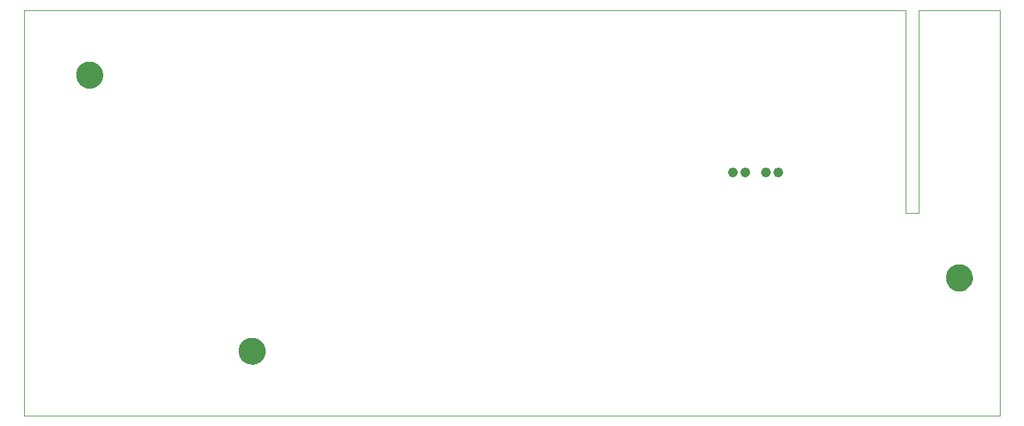
<source format=gbs>
G75*
G70*
%OFA0B0*%
%FSLAX24Y24*%
%IPPOS*%
%LPD*%
%AMOC8*
5,1,8,0,0,1.08239X$1,22.5*
%
%ADD10C,0.0000*%
%ADD11C,0.0476*%
%ADD12C,0.1300*%
D10*
X000180Y000218D02*
X000180Y019903D01*
X042857Y019903D01*
X042857Y010060D01*
X043487Y010060D01*
X043487Y019903D01*
X047424Y019903D01*
X047424Y000218D01*
X000180Y000218D01*
X010574Y003367D02*
X010576Y003417D01*
X010582Y003467D01*
X010592Y003516D01*
X010606Y003564D01*
X010623Y003611D01*
X010644Y003656D01*
X010669Y003700D01*
X010697Y003741D01*
X010729Y003780D01*
X010763Y003817D01*
X010800Y003851D01*
X010840Y003881D01*
X010882Y003908D01*
X010926Y003932D01*
X010972Y003953D01*
X011019Y003969D01*
X011067Y003982D01*
X011117Y003991D01*
X011166Y003996D01*
X011217Y003997D01*
X011267Y003994D01*
X011316Y003987D01*
X011365Y003976D01*
X011413Y003961D01*
X011459Y003943D01*
X011504Y003921D01*
X011547Y003895D01*
X011588Y003866D01*
X011627Y003834D01*
X011663Y003799D01*
X011695Y003761D01*
X011725Y003721D01*
X011752Y003678D01*
X011775Y003634D01*
X011794Y003588D01*
X011810Y003540D01*
X011822Y003491D01*
X011830Y003442D01*
X011834Y003392D01*
X011834Y003342D01*
X011830Y003292D01*
X011822Y003243D01*
X011810Y003194D01*
X011794Y003146D01*
X011775Y003100D01*
X011752Y003056D01*
X011725Y003013D01*
X011695Y002973D01*
X011663Y002935D01*
X011627Y002900D01*
X011588Y002868D01*
X011547Y002839D01*
X011504Y002813D01*
X011459Y002791D01*
X011413Y002773D01*
X011365Y002758D01*
X011316Y002747D01*
X011267Y002740D01*
X011217Y002737D01*
X011166Y002738D01*
X011117Y002743D01*
X011067Y002752D01*
X011019Y002765D01*
X010972Y002781D01*
X010926Y002802D01*
X010882Y002826D01*
X010840Y002853D01*
X010800Y002883D01*
X010763Y002917D01*
X010729Y002954D01*
X010697Y002993D01*
X010669Y003034D01*
X010644Y003078D01*
X010623Y003123D01*
X010606Y003170D01*
X010592Y003218D01*
X010582Y003267D01*
X010576Y003317D01*
X010574Y003367D01*
X002700Y016753D02*
X002702Y016803D01*
X002708Y016853D01*
X002718Y016902D01*
X002732Y016950D01*
X002749Y016997D01*
X002770Y017042D01*
X002795Y017086D01*
X002823Y017127D01*
X002855Y017166D01*
X002889Y017203D01*
X002926Y017237D01*
X002966Y017267D01*
X003008Y017294D01*
X003052Y017318D01*
X003098Y017339D01*
X003145Y017355D01*
X003193Y017368D01*
X003243Y017377D01*
X003292Y017382D01*
X003343Y017383D01*
X003393Y017380D01*
X003442Y017373D01*
X003491Y017362D01*
X003539Y017347D01*
X003585Y017329D01*
X003630Y017307D01*
X003673Y017281D01*
X003714Y017252D01*
X003753Y017220D01*
X003789Y017185D01*
X003821Y017147D01*
X003851Y017107D01*
X003878Y017064D01*
X003901Y017020D01*
X003920Y016974D01*
X003936Y016926D01*
X003948Y016877D01*
X003956Y016828D01*
X003960Y016778D01*
X003960Y016728D01*
X003956Y016678D01*
X003948Y016629D01*
X003936Y016580D01*
X003920Y016532D01*
X003901Y016486D01*
X003878Y016442D01*
X003851Y016399D01*
X003821Y016359D01*
X003789Y016321D01*
X003753Y016286D01*
X003714Y016254D01*
X003673Y016225D01*
X003630Y016199D01*
X003585Y016177D01*
X003539Y016159D01*
X003491Y016144D01*
X003442Y016133D01*
X003393Y016126D01*
X003343Y016123D01*
X003292Y016124D01*
X003243Y016129D01*
X003193Y016138D01*
X003145Y016151D01*
X003098Y016167D01*
X003052Y016188D01*
X003008Y016212D01*
X002966Y016239D01*
X002926Y016269D01*
X002889Y016303D01*
X002855Y016340D01*
X002823Y016379D01*
X002795Y016420D01*
X002770Y016464D01*
X002749Y016509D01*
X002732Y016556D01*
X002718Y016604D01*
X002708Y016653D01*
X002702Y016703D01*
X002700Y016753D01*
X044826Y006910D02*
X044828Y006960D01*
X044834Y007010D01*
X044844Y007059D01*
X044858Y007107D01*
X044875Y007154D01*
X044896Y007199D01*
X044921Y007243D01*
X044949Y007284D01*
X044981Y007323D01*
X045015Y007360D01*
X045052Y007394D01*
X045092Y007424D01*
X045134Y007451D01*
X045178Y007475D01*
X045224Y007496D01*
X045271Y007512D01*
X045319Y007525D01*
X045369Y007534D01*
X045418Y007539D01*
X045469Y007540D01*
X045519Y007537D01*
X045568Y007530D01*
X045617Y007519D01*
X045665Y007504D01*
X045711Y007486D01*
X045756Y007464D01*
X045799Y007438D01*
X045840Y007409D01*
X045879Y007377D01*
X045915Y007342D01*
X045947Y007304D01*
X045977Y007264D01*
X046004Y007221D01*
X046027Y007177D01*
X046046Y007131D01*
X046062Y007083D01*
X046074Y007034D01*
X046082Y006985D01*
X046086Y006935D01*
X046086Y006885D01*
X046082Y006835D01*
X046074Y006786D01*
X046062Y006737D01*
X046046Y006689D01*
X046027Y006643D01*
X046004Y006599D01*
X045977Y006556D01*
X045947Y006516D01*
X045915Y006478D01*
X045879Y006443D01*
X045840Y006411D01*
X045799Y006382D01*
X045756Y006356D01*
X045711Y006334D01*
X045665Y006316D01*
X045617Y006301D01*
X045568Y006290D01*
X045519Y006283D01*
X045469Y006280D01*
X045418Y006281D01*
X045369Y006286D01*
X045319Y006295D01*
X045271Y006308D01*
X045224Y006324D01*
X045178Y006345D01*
X045134Y006369D01*
X045092Y006396D01*
X045052Y006426D01*
X045015Y006460D01*
X044981Y006497D01*
X044949Y006536D01*
X044921Y006577D01*
X044896Y006621D01*
X044875Y006666D01*
X044858Y006713D01*
X044844Y006761D01*
X044834Y006810D01*
X044828Y006860D01*
X044826Y006910D01*
D11*
X036693Y012029D03*
X036113Y012029D03*
X035113Y012029D03*
X034513Y012029D03*
D12*
X045456Y006910D03*
X011204Y003367D03*
X003330Y016753D03*
M02*

</source>
